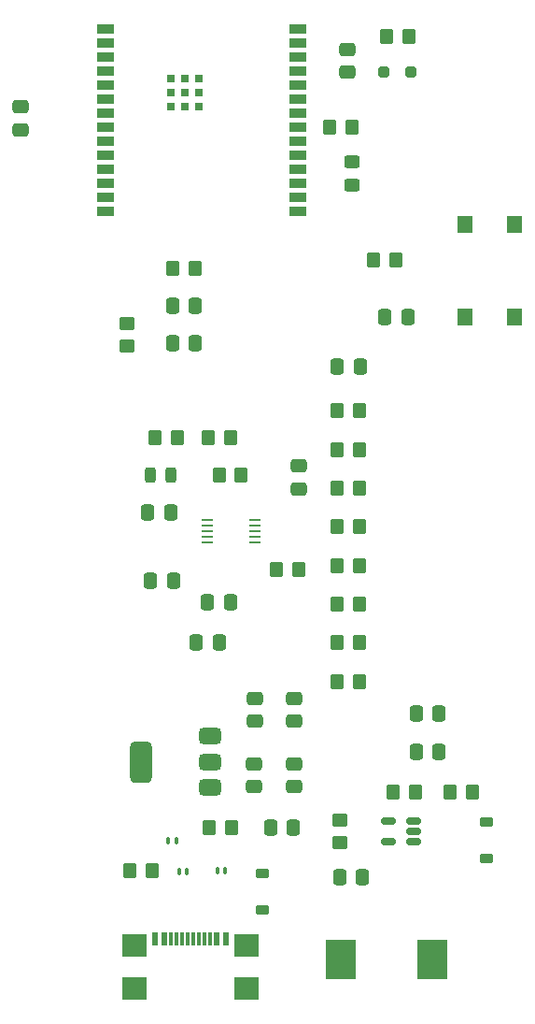
<source format=gtp>
%TF.GenerationSoftware,KiCad,Pcbnew,8.0.3*%
%TF.CreationDate,2024-07-07T00:38:38+02:00*%
%TF.ProjectId,tank_PCB,74616e6b-5f50-4434-922e-6b696361645f,rev?*%
%TF.SameCoordinates,Original*%
%TF.FileFunction,Paste,Top*%
%TF.FilePolarity,Positive*%
%FSLAX46Y46*%
G04 Gerber Fmt 4.6, Leading zero omitted, Abs format (unit mm)*
G04 Created by KiCad (PCBNEW 8.0.3) date 2024-07-07 00:38:38*
%MOMM*%
%LPD*%
G01*
G04 APERTURE LIST*
G04 Aperture macros list*
%AMRoundRect*
0 Rectangle with rounded corners*
0 $1 Rounding radius*
0 $2 $3 $4 $5 $6 $7 $8 $9 X,Y pos of 4 corners*
0 Add a 4 corners polygon primitive as box body*
4,1,4,$2,$3,$4,$5,$6,$7,$8,$9,$2,$3,0*
0 Add four circle primitives for the rounded corners*
1,1,$1+$1,$2,$3*
1,1,$1+$1,$4,$5*
1,1,$1+$1,$6,$7*
1,1,$1+$1,$8,$9*
0 Add four rect primitives between the rounded corners*
20,1,$1+$1,$2,$3,$4,$5,0*
20,1,$1+$1,$4,$5,$6,$7,0*
20,1,$1+$1,$6,$7,$8,$9,0*
20,1,$1+$1,$8,$9,$2,$3,0*%
G04 Aperture macros list end*
%ADD10RoundRect,0.250000X0.350000X0.450000X-0.350000X0.450000X-0.350000X-0.450000X0.350000X-0.450000X0*%
%ADD11RoundRect,0.250000X-0.350000X-0.450000X0.350000X-0.450000X0.350000X0.450000X-0.350000X0.450000X0*%
%ADD12RoundRect,0.250000X-0.475000X0.337500X-0.475000X-0.337500X0.475000X-0.337500X0.475000X0.337500X0*%
%ADD13RoundRect,0.250000X-0.337500X-0.475000X0.337500X-0.475000X0.337500X0.475000X-0.337500X0.475000X0*%
%ADD14RoundRect,0.250000X0.337500X0.475000X-0.337500X0.475000X-0.337500X-0.475000X0.337500X-0.475000X0*%
%ADD15RoundRect,0.075000X0.075000X0.225000X-0.075000X0.225000X-0.075000X-0.225000X0.075000X-0.225000X0*%
%ADD16R,2.700000X3.600000*%
%ADD17RoundRect,0.225000X-0.375000X0.225000X-0.375000X-0.225000X0.375000X-0.225000X0.375000X0.225000X0*%
%ADD18R,1.100000X0.250000*%
%ADD19RoundRect,0.250000X-0.250000X-0.250000X0.250000X-0.250000X0.250000X0.250000X-0.250000X0.250000X0*%
%ADD20RoundRect,0.150000X0.512500X0.150000X-0.512500X0.150000X-0.512500X-0.150000X0.512500X-0.150000X0*%
%ADD21R,1.400000X1.600000*%
%ADD22RoundRect,0.250000X0.475000X-0.337500X0.475000X0.337500X-0.475000X0.337500X-0.475000X-0.337500X0*%
%ADD23RoundRect,0.243750X-0.243750X-0.456250X0.243750X-0.456250X0.243750X0.456250X-0.243750X0.456250X0*%
%ADD24RoundRect,0.075000X-0.075000X-0.225000X0.075000X-0.225000X0.075000X0.225000X-0.075000X0.225000X0*%
%ADD25RoundRect,0.250000X-0.450000X0.350000X-0.450000X-0.350000X0.450000X-0.350000X0.450000X0.350000X0*%
%ADD26RoundRect,0.225000X0.375000X-0.225000X0.375000X0.225000X-0.375000X0.225000X-0.375000X-0.225000X0*%
%ADD27R,0.600000X1.150000*%
%ADD28R,0.300000X1.150000*%
%ADD29R,2.180000X2.000000*%
%ADD30R,1.500000X0.900000*%
%ADD31R,0.800000X0.800000*%
%ADD32RoundRect,0.250000X0.450000X-0.325000X0.450000X0.325000X-0.450000X0.325000X-0.450000X-0.325000X0*%
%ADD33RoundRect,0.250000X0.450000X-0.350000X0.450000X0.350000X-0.450000X0.350000X-0.450000X-0.350000X0*%
%ADD34RoundRect,0.375000X0.625000X0.375000X-0.625000X0.375000X-0.625000X-0.375000X0.625000X-0.375000X0*%
%ADD35RoundRect,0.500000X0.500000X1.400000X-0.500000X1.400000X-0.500000X-1.400000X0.500000X-1.400000X0*%
G04 APERTURE END LIST*
D10*
%TO.C,R11*%
X93700000Y-150200000D03*
X91700000Y-150200000D03*
%TD*%
D11*
%TO.C,R19*%
X91000000Y-100000000D03*
X93000000Y-100000000D03*
%TD*%
D12*
%TO.C,C10*%
X63000000Y-98162500D03*
X63000000Y-100237500D03*
%TD*%
%TO.C,C12*%
X87800000Y-151725000D03*
X87800000Y-153800000D03*
%TD*%
D13*
%TO.C,C16*%
X91700000Y-121700000D03*
X93775000Y-121700000D03*
%TD*%
D14*
%TO.C,C5*%
X100937500Y-156600000D03*
X98862500Y-156600000D03*
%TD*%
D15*
%TO.C,D6*%
X77100000Y-164600000D03*
X76400000Y-164600000D03*
%TD*%
D11*
%TO.C,R13*%
X95000000Y-112000000D03*
X97000000Y-112000000D03*
%TD*%
%TO.C,R22*%
X91700000Y-139700000D03*
X93700000Y-139700000D03*
%TD*%
%TO.C,R7*%
X96762500Y-160200000D03*
X98762500Y-160200000D03*
%TD*%
D16*
%TO.C,L1*%
X92050000Y-175325000D03*
X100350000Y-175325000D03*
%TD*%
D13*
%TO.C,C1*%
X74525000Y-134900000D03*
X76600000Y-134900000D03*
%TD*%
D10*
%TO.C,R10*%
X93700000Y-143200000D03*
X91700000Y-143200000D03*
%TD*%
D17*
%TO.C,D1*%
X105200000Y-162925000D03*
X105200000Y-166225000D03*
%TD*%
D10*
%TO.C,R15*%
X82100000Y-163400000D03*
X80100000Y-163400000D03*
%TD*%
D18*
%TO.C,U1*%
X84200000Y-137600000D03*
X84200000Y-137100000D03*
X84200000Y-136600000D03*
X84200000Y-136100000D03*
X84200000Y-135600000D03*
X79900000Y-135600000D03*
X79900000Y-136100000D03*
X79900000Y-136600000D03*
X79900000Y-137100000D03*
X79900000Y-137600000D03*
%TD*%
D11*
%TO.C,R4*%
X81000000Y-131500000D03*
X83000000Y-131500000D03*
%TD*%
%TO.C,R16*%
X72900000Y-167300000D03*
X74900000Y-167300000D03*
%TD*%
D10*
%TO.C,R8*%
X93700000Y-129200000D03*
X91700000Y-129200000D03*
%TD*%
D11*
%TO.C,R1*%
X80000000Y-128100000D03*
X82000000Y-128100000D03*
%TD*%
D19*
%TO.C,D2*%
X95900000Y-95000000D03*
X98400000Y-95000000D03*
%TD*%
D11*
%TO.C,R17*%
X76800000Y-112800000D03*
X78800000Y-112800000D03*
%TD*%
%TO.C,R20*%
X91700000Y-125700000D03*
X93700000Y-125700000D03*
%TD*%
D14*
%TO.C,C9*%
X78837500Y-116200000D03*
X76762500Y-116200000D03*
%TD*%
D20*
%TO.C,U3*%
X98600000Y-164725000D03*
X98600000Y-163775000D03*
X98600000Y-162825000D03*
X96325000Y-162825000D03*
X96325000Y-164725000D03*
%TD*%
D10*
%TO.C,R9*%
X93700000Y-136200000D03*
X91700000Y-136200000D03*
%TD*%
D21*
%TO.C,S1*%
X103300000Y-117200000D03*
X107800000Y-117200000D03*
X103300000Y-108800000D03*
X107800000Y-108800000D03*
%TD*%
D22*
%TO.C,C14*%
X84150000Y-159737500D03*
X84150000Y-157662500D03*
%TD*%
%TO.C,C17*%
X88200000Y-132737500D03*
X88200000Y-130662500D03*
%TD*%
D23*
%TO.C,F1*%
X74725000Y-131500000D03*
X76600000Y-131500000D03*
%TD*%
D13*
%TO.C,C3*%
X91925000Y-167925000D03*
X94000000Y-167925000D03*
%TD*%
D22*
%TO.C,C13*%
X87750000Y-159737500D03*
X87750000Y-157662500D03*
%TD*%
D12*
%TO.C,C11*%
X84200000Y-151725000D03*
X84200000Y-153800000D03*
%TD*%
D14*
%TO.C,C7*%
X87737500Y-163400000D03*
X85662500Y-163400000D03*
%TD*%
D22*
%TO.C,C6*%
X92600000Y-95037500D03*
X92600000Y-92962500D03*
%TD*%
D14*
%TO.C,C4*%
X100937500Y-153100000D03*
X98862500Y-153100000D03*
%TD*%
D24*
%TO.C,D5*%
X77350000Y-167400000D03*
X78050000Y-167400000D03*
%TD*%
D14*
%TO.C,C19*%
X81000000Y-146700000D03*
X78925000Y-146700000D03*
%TD*%
D11*
%TO.C,R3*%
X86200000Y-140100000D03*
X88200000Y-140100000D03*
%TD*%
D25*
%TO.C,R18*%
X72600000Y-117800000D03*
X72600000Y-119800000D03*
%TD*%
D14*
%TO.C,C15*%
X98100000Y-117200000D03*
X96025000Y-117200000D03*
%TD*%
D26*
%TO.C,D3*%
X84900000Y-170850000D03*
X84900000Y-167550000D03*
%TD*%
D27*
%TO.C,J5*%
X75200000Y-173495000D03*
X76000000Y-173495000D03*
D28*
X77150000Y-173495000D03*
X78150000Y-173495000D03*
X78650000Y-173495000D03*
X79650000Y-173495000D03*
D27*
X81600000Y-173495000D03*
X80800000Y-173495000D03*
D28*
X80150000Y-173495000D03*
X79150000Y-173495000D03*
X77650000Y-173495000D03*
X76650000Y-173495000D03*
D29*
X73290000Y-174070000D03*
X83510000Y-174070000D03*
X73290000Y-178000000D03*
X83510000Y-178000000D03*
%TD*%
D30*
%TO.C,U4*%
X70650000Y-91140000D03*
X70650000Y-92410000D03*
X70650000Y-93680000D03*
X70650000Y-94950000D03*
X70650000Y-96220000D03*
X70650000Y-97490000D03*
X70650000Y-98760000D03*
X70650000Y-100030000D03*
X70650000Y-101300000D03*
X70650000Y-102570000D03*
X70650000Y-103840000D03*
X70650000Y-105110000D03*
X70650000Y-106380000D03*
X70650000Y-107650000D03*
X88150000Y-107650000D03*
X88150000Y-106380000D03*
X88150000Y-105110000D03*
X88150000Y-103840000D03*
X88150000Y-102570000D03*
X88150000Y-101300000D03*
X88150000Y-100030000D03*
X88150000Y-98760000D03*
X88150000Y-97490000D03*
X88150000Y-96220000D03*
X88150000Y-94950000D03*
X88150000Y-93680000D03*
X88150000Y-92410000D03*
X88150000Y-91140000D03*
D31*
X76645000Y-95610000D03*
X76645000Y-96860000D03*
X76645000Y-98110000D03*
X77895000Y-95610000D03*
X77895000Y-96860000D03*
X77895000Y-98110000D03*
X79145000Y-95610000D03*
X79145000Y-96860000D03*
X79145000Y-98110000D03*
%TD*%
D11*
%TO.C,R21*%
X91700000Y-132700000D03*
X93700000Y-132700000D03*
%TD*%
D14*
%TO.C,C8*%
X78840000Y-119600000D03*
X76765000Y-119600000D03*
%TD*%
D15*
%TO.C,D4*%
X81550000Y-167300000D03*
X80850000Y-167300000D03*
%TD*%
D32*
%TO.C,D7*%
X93000000Y-105225000D03*
X93000000Y-103175000D03*
%TD*%
D11*
%TO.C,R12*%
X96200000Y-91800000D03*
X98200000Y-91800000D03*
%TD*%
D33*
%TO.C,R5*%
X91962500Y-164775000D03*
X91962500Y-162775000D03*
%TD*%
D10*
%TO.C,R2*%
X77200000Y-128100000D03*
X75200000Y-128100000D03*
%TD*%
D11*
%TO.C,R6*%
X101962500Y-160200000D03*
X103962500Y-160200000D03*
%TD*%
D34*
%TO.C,U5*%
X80200000Y-159762500D03*
X80200000Y-157462500D03*
D35*
X73900000Y-157462500D03*
D34*
X80200000Y-155162500D03*
%TD*%
D14*
%TO.C,C18*%
X82000000Y-143000000D03*
X79925000Y-143000000D03*
%TD*%
D11*
%TO.C,R23*%
X91700000Y-146700000D03*
X93700000Y-146700000D03*
%TD*%
D13*
%TO.C,C2*%
X74762500Y-141100000D03*
X76837500Y-141100000D03*
%TD*%
M02*

</source>
